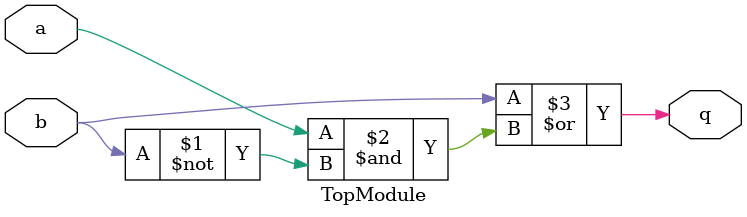
<source format=sv>
module TopModule (
    input logic a,
    input logic b,
    output logic q
);
    assign q = (b | (a & ~b));
endmodule
</source>
